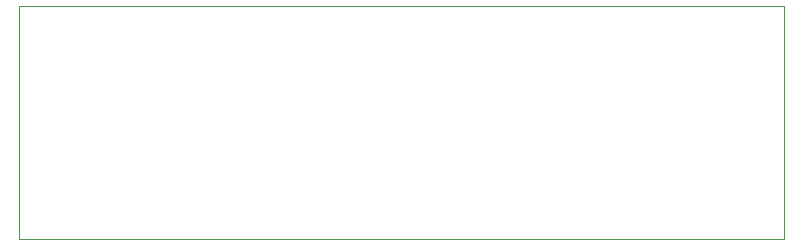
<source format=gbr>
%TF.GenerationSoftware,KiCad,Pcbnew,(5.1.7)-1*%
%TF.CreationDate,2020-10-26T20:10:13+01:00*%
%TF.ProjectId,geiger_counter,67656967-6572-45f6-936f-756e7465722e,rev?*%
%TF.SameCoordinates,Original*%
%TF.FileFunction,Profile,NP*%
%FSLAX46Y46*%
G04 Gerber Fmt 4.6, Leading zero omitted, Abs format (unit mm)*
G04 Created by KiCad (PCBNEW (5.1.7)-1) date 2020-10-26 20:10:13*
%MOMM*%
%LPD*%
G01*
G04 APERTURE LIST*
%TA.AperFunction,Profile*%
%ADD10C,0.050000*%
%TD*%
G04 APERTURE END LIST*
D10*
X162560000Y-25400000D02*
X227330000Y-25400000D01*
X162560000Y-45085000D02*
X162560000Y-25400000D01*
X227330000Y-45085000D02*
X162560000Y-45085000D01*
X227330000Y-25400000D02*
X227330000Y-45085000D01*
M02*

</source>
